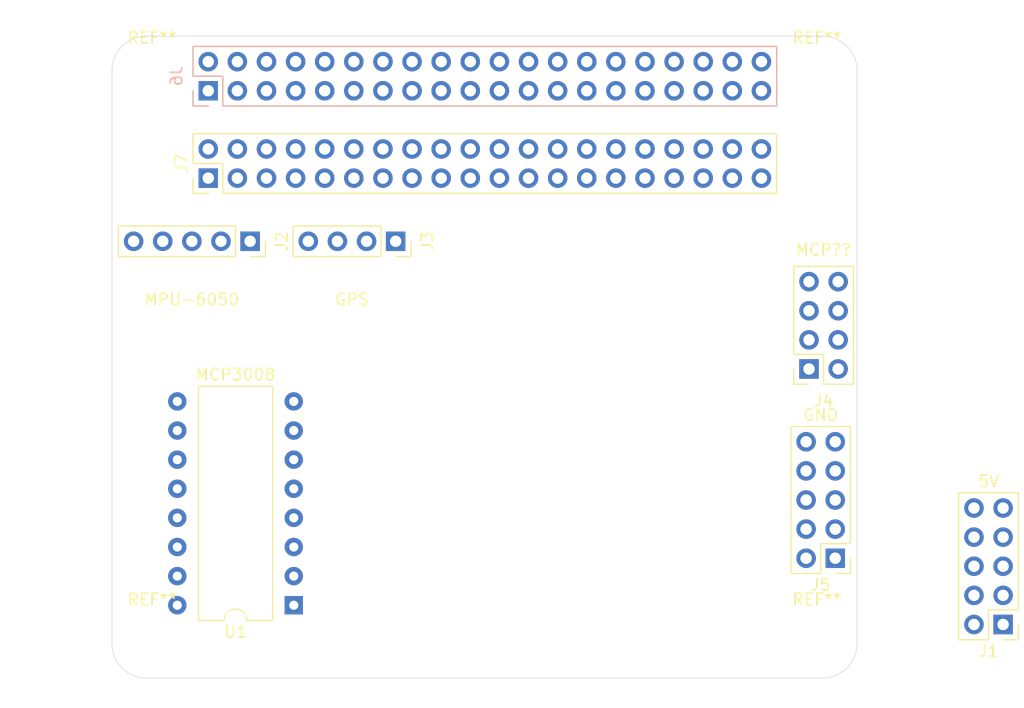
<source format=kicad_pcb>
(kicad_pcb (version 20171130) (host pcbnew "(5.1.9)-1")

  (general
    (thickness 1.6)
    (drawings 9)
    (tracks 0)
    (zones 0)
    (modules 12)
    (nets 55)
  )

  (page A4)
  (layers
    (0 F.Cu signal)
    (31 B.Cu signal)
    (32 B.Adhes user)
    (33 F.Adhes user)
    (34 B.Paste user)
    (35 F.Paste user)
    (36 B.SilkS user)
    (37 F.SilkS user)
    (38 B.Mask user)
    (39 F.Mask user)
    (40 Dwgs.User user)
    (41 Cmts.User user)
    (42 Eco1.User user)
    (43 Eco2.User user)
    (44 Edge.Cuts user)
    (45 Margin user)
    (46 B.CrtYd user)
    (47 F.CrtYd user)
    (48 B.Fab user)
    (49 F.Fab user)
  )

  (setup
    (last_trace_width 0.25)
    (trace_clearance 0.2)
    (zone_clearance 0.508)
    (zone_45_only no)
    (trace_min 0.2)
    (via_size 0.8)
    (via_drill 0.4)
    (via_min_size 0.4)
    (via_min_drill 0.3)
    (uvia_size 0.3)
    (uvia_drill 0.1)
    (uvias_allowed no)
    (uvia_min_size 0.2)
    (uvia_min_drill 0.1)
    (edge_width 0.05)
    (segment_width 0.2)
    (pcb_text_width 0.3)
    (pcb_text_size 1.5 1.5)
    (mod_edge_width 0.12)
    (mod_text_size 1 1)
    (mod_text_width 0.15)
    (pad_size 1.524 1.524)
    (pad_drill 0.762)
    (pad_to_mask_clearance 0)
    (aux_axis_origin 101.7 121.29)
    (grid_origin 101.7 121.29)
    (visible_elements FFFFFF7F)
    (pcbplotparams
      (layerselection 0x310fc_ffffffff)
      (usegerberextensions false)
      (usegerberattributes true)
      (usegerberadvancedattributes true)
      (creategerberjobfile true)
      (excludeedgelayer true)
      (linewidth 0.100000)
      (plotframeref false)
      (viasonmask false)
      (mode 1)
      (useauxorigin false)
      (hpglpennumber 1)
      (hpglpenspeed 20)
      (hpglpendiameter 15.000000)
      (psnegative false)
      (psa4output false)
      (plotreference true)
      (plotvalue true)
      (plotinvisibletext false)
      (padsonsilk false)
      (subtractmaskfromsilk false)
      (outputformat 1)
      (mirror false)
      (drillshape 0)
      (scaleselection 1)
      (outputdirectory ""))
  )

  (net 0 "")
  (net 1 /5V)
  (net 2 "Net-(J2-Pad5)")
  (net 3 /GND)
  (net 4 /3V3)
  (net 5 /GPIO14_TXD)
  (net 6 /GPIO15_RXD)
  (net 7 "Net-(J4-Pad8)")
  (net 8 "Net-(J4-Pad7)")
  (net 9 "Net-(J4-Pad6)")
  (net 10 "Net-(J4-Pad5)")
  (net 11 "Net-(J4-Pad4)")
  (net 12 "Net-(J4-Pad3)")
  (net 13 "Net-(J4-Pad2)")
  (net 14 "Net-(J4-Pad1)")
  (net 15 /GPIO21_SCLK1)
  (net 16 /GPIO20_MOSI1)
  (net 17 /GPIO26)
  (net 18 /GPIO16)
  (net 19 /GPIO19)
  (net 20 /GPIO13)
  (net 21 /GPIO12)
  (net 22 /GPIO6)
  (net 23 /GPIO5)
  (net 24 /GPIO1_ID_SC)
  (net 25 /GPIO0_ID_SD)
  (net 26 /GPIO9_SPI_CE1)
  (net 27 /GPIO8_SPI_CE0)
  (net 28 /GPIO11)
  (net 29 /GPIO25)
  (net 30 /GPIO9)
  (net 31 /GPIO10)
  (net 32 /GPIO24)
  (net 33 /GPIO23)
  (net 34 /GPIO22)
  (net 35 /GPIO27)
  (net 36 /GPIO18_PWM0)
  (net 37 /GPIO17)
  (net 38 /GPIO4_GCLK0)
  (net 39 /GPIO3_SCL)
  (net 40 /GPIO2_SDA)
  (net 41 "Net-(U1-Pad16)")
  (net 42 "Net-(U1-Pad8)")
  (net 43 "Net-(U1-Pad15)")
  (net 44 "Net-(U1-Pad7)")
  (net 45 "Net-(U1-Pad6)")
  (net 46 "Net-(U1-Pad13)")
  (net 47 "Net-(U1-Pad5)")
  (net 48 "Net-(U1-Pad12)")
  (net 49 "Net-(U1-Pad4)")
  (net 50 "Net-(U1-Pad11)")
  (net 51 "Net-(U1-Pad3)")
  (net 52 "Net-(U1-Pad10)")
  (net 53 /CZT)
  (net 54 /CZP)

  (net_class Default "This is the default net class."
    (clearance 0.2)
    (trace_width 0.25)
    (via_dia 0.8)
    (via_drill 0.4)
    (uvia_dia 0.3)
    (uvia_drill 0.1)
    (add_net /3V3)
    (add_net /5V)
    (add_net /CZP)
    (add_net /CZT)
    (add_net /GND)
    (add_net /GPIO0_ID_SD)
    (add_net /GPIO10)
    (add_net /GPIO11)
    (add_net /GPIO12)
    (add_net /GPIO13)
    (add_net /GPIO14_TXD)
    (add_net /GPIO15_RXD)
    (add_net /GPIO16)
    (add_net /GPIO17)
    (add_net /GPIO18_PWM0)
    (add_net /GPIO19)
    (add_net /GPIO1_ID_SC)
    (add_net /GPIO20_MOSI1)
    (add_net /GPIO21_SCLK1)
    (add_net /GPIO22)
    (add_net /GPIO23)
    (add_net /GPIO24)
    (add_net /GPIO25)
    (add_net /GPIO26)
    (add_net /GPIO27)
    (add_net /GPIO2_SDA)
    (add_net /GPIO3_SCL)
    (add_net /GPIO4_GCLK0)
    (add_net /GPIO5)
    (add_net /GPIO6)
    (add_net /GPIO8_SPI_CE0)
    (add_net /GPIO9)
    (add_net /GPIO9_SPI_CE1)
    (add_net "Net-(J2-Pad5)")
    (add_net "Net-(J4-Pad1)")
    (add_net "Net-(J4-Pad2)")
    (add_net "Net-(J4-Pad3)")
    (add_net "Net-(J4-Pad4)")
    (add_net "Net-(J4-Pad5)")
    (add_net "Net-(J4-Pad6)")
    (add_net "Net-(J4-Pad7)")
    (add_net "Net-(J4-Pad8)")
    (add_net "Net-(U1-Pad10)")
    (add_net "Net-(U1-Pad11)")
    (add_net "Net-(U1-Pad12)")
    (add_net "Net-(U1-Pad13)")
    (add_net "Net-(U1-Pad15)")
    (add_net "Net-(U1-Pad16)")
    (add_net "Net-(U1-Pad3)")
    (add_net "Net-(U1-Pad4)")
    (add_net "Net-(U1-Pad5)")
    (add_net "Net-(U1-Pad6)")
    (add_net "Net-(U1-Pad7)")
    (add_net "Net-(U1-Pad8)")
  )

  (module MountingHole:MountingHole_2.7mm_M2.5_DIN965 (layer F.Cu) (tedit 56D1B4CB) (tstamp 62F56D6F)
    (at 158 119)
    (descr "Mounting Hole 2.7mm, no annular, M2.5, DIN965")
    (tags "mounting hole 2.7mm no annular m2.5 din965")
    (attr virtual)
    (fp_text reference REF** (at 0 -3.35) (layer F.SilkS)
      (effects (font (size 1 1) (thickness 0.15)))
    )
    (fp_text value MountingHole_2.7mm_M2.5_DIN965 (at -12.6 5.29) (layer F.Fab)
      (effects (font (size 1 1) (thickness 0.15)))
    )
    (fp_circle (center 0 0) (end 2.35 0) (layer Cmts.User) (width 0.15))
    (fp_circle (center 0 0) (end 2.6 0) (layer F.CrtYd) (width 0.05))
    (fp_text user %R (at 0.3 0) (layer F.Fab)
      (effects (font (size 1 1) (thickness 0.15)))
    )
    (pad 1 np_thru_hole circle (at 0 0) (size 2.7 2.7) (drill 2.7) (layers *.Cu *.Mask))
  )

  (module MountingHole:MountingHole_2.7mm_M2.5_DIN965 (layer F.Cu) (tedit 56D1B4CB) (tstamp 62F56D6F)
    (at 100 70)
    (descr "Mounting Hole 2.7mm, no annular, M2.5, DIN965")
    (tags "mounting hole 2.7mm no annular m2.5 din965")
    (attr virtual)
    (fp_text reference REF** (at 0 -3.35) (layer F.SilkS)
      (effects (font (size 1 1) (thickness 0.15)))
    )
    (fp_text value MountingHole_2.7mm_M2.5_DIN965 (at 0 3.35) (layer F.Fab)
      (effects (font (size 1 1) (thickness 0.15)))
    )
    (fp_circle (center 0 0) (end 2.35 0) (layer Cmts.User) (width 0.15))
    (fp_circle (center 0 0) (end 2.6 0) (layer F.CrtYd) (width 0.05))
    (fp_text user %R (at 2.3 -1.27) (layer F.Fab)
      (effects (font (size 1 1) (thickness 0.15)))
    )
    (pad 1 np_thru_hole circle (at 0 0) (size 2.7 2.7) (drill 2.7) (layers *.Cu *.Mask))
  )

  (module MountingHole:MountingHole_2.7mm_M2.5_DIN965 (layer F.Cu) (tedit 56D1B4CB) (tstamp 62F56D6F)
    (at 100 119)
    (descr "Mounting Hole 2.7mm, no annular, M2.5, DIN965")
    (tags "mounting hole 2.7mm no annular m2.5 din965")
    (attr virtual)
    (fp_text reference REF** (at 0 -3.35) (layer F.SilkS)
      (effects (font (size 1 1) (thickness 0.15)))
    )
    (fp_text value MountingHole_2.7mm_M2.5_DIN965 (at 2.7 5.29) (layer F.Fab)
      (effects (font (size 1 1) (thickness 0.15)))
    )
    (fp_circle (center 0 0) (end 2.35 0) (layer Cmts.User) (width 0.15))
    (fp_circle (center 0 0) (end 2.6 0) (layer F.CrtYd) (width 0.05))
    (fp_text user %R (at -0.5 0.5) (layer F.Fab)
      (effects (font (size 1 1) (thickness 0.15)))
    )
    (pad 1 np_thru_hole circle (at 0 0) (size 2.7 2.7) (drill 2.7) (layers *.Cu *.Mask))
  )

  (module MountingHole:MountingHole_2.7mm_M2.5_DIN965 (layer F.Cu) (tedit 56D1B4CB) (tstamp 62F56D6E)
    (at 158 70)
    (descr "Mounting Hole 2.7mm, no annular, M2.5, DIN965")
    (tags "mounting hole 2.7mm no annular m2.5 din965")
    (attr virtual)
    (fp_text reference REF** (at 0 -3.35) (layer F.SilkS)
      (effects (font (size 1 1) (thickness 0.15)))
    )
    (fp_text value MountingHole_2.7mm_M2.5_DIN965 (at 0 3.35) (layer F.Fab)
      (effects (font (size 1 1) (thickness 0.15)))
    )
    (fp_text user %R (at 0.3 0) (layer F.Fab)
      (effects (font (size 1 1) (thickness 0.15)))
    )
    (fp_circle (center 0 0) (end 2.35 0) (layer Cmts.User) (width 0.15))
    (fp_circle (center 0 0) (end 2.6 0) (layer F.CrtYd) (width 0.05))
    (pad 1 np_thru_hole circle (at 0 0) (size 2.7 2.7) (drill 2.7) (layers *.Cu *.Mask))
  )

  (module Package_DIP:DIP-16_W10.16mm (layer F.Cu) (tedit 5A02E8C5) (tstamp 62F54D38)
    (at 112.36 116.15 180)
    (descr "16-lead though-hole mounted DIP package, row spacing 10.16 mm (400 mils)")
    (tags "THT DIP DIL PDIP 2.54mm 10.16mm 400mil")
    (path /6296EC45)
    (fp_text reference U1 (at 5.08 -2.33) (layer F.SilkS)
      (effects (font (size 1 1) (thickness 0.15)))
    )
    (fp_text value MCP3008 (at 5.08 20.11) (layer F.SilkS)
      (effects (font (size 1 1) (thickness 0.15)))
    )
    (fp_text user %R (at 5.08 8.89) (layer F.Fab)
      (effects (font (size 1 1) (thickness 0.15)))
    )
    (fp_arc (start 5.08 -1.33) (end 4.08 -1.33) (angle -180) (layer F.SilkS) (width 0.12))
    (fp_line (start 2.905 -1.27) (end 8.255 -1.27) (layer F.Fab) (width 0.1))
    (fp_line (start 8.255 -1.27) (end 8.255 19.05) (layer F.Fab) (width 0.1))
    (fp_line (start 8.255 19.05) (end 1.905 19.05) (layer F.Fab) (width 0.1))
    (fp_line (start 1.905 19.05) (end 1.905 -0.27) (layer F.Fab) (width 0.1))
    (fp_line (start 1.905 -0.27) (end 2.905 -1.27) (layer F.Fab) (width 0.1))
    (fp_line (start 4.08 -1.33) (end 1.845 -1.33) (layer F.SilkS) (width 0.12))
    (fp_line (start 1.845 -1.33) (end 1.845 19.11) (layer F.SilkS) (width 0.12))
    (fp_line (start 1.845 19.11) (end 8.315 19.11) (layer F.SilkS) (width 0.12))
    (fp_line (start 8.315 19.11) (end 8.315 -1.33) (layer F.SilkS) (width 0.12))
    (fp_line (start 8.315 -1.33) (end 6.08 -1.33) (layer F.SilkS) (width 0.12))
    (fp_line (start -1.05 -1.55) (end -1.05 19.3) (layer F.CrtYd) (width 0.05))
    (fp_line (start -1.05 19.3) (end 11.25 19.3) (layer F.CrtYd) (width 0.05))
    (fp_line (start 11.25 19.3) (end 11.25 -1.55) (layer F.CrtYd) (width 0.05))
    (fp_line (start 11.25 -1.55) (end -1.05 -1.55) (layer F.CrtYd) (width 0.05))
    (pad 16 thru_hole oval (at 10.16 0 180) (size 1.6 1.6) (drill 0.8) (layers *.Cu *.Mask)
      (net 41 "Net-(U1-Pad16)"))
    (pad 8 thru_hole oval (at 0 17.78 180) (size 1.6 1.6) (drill 0.8) (layers *.Cu *.Mask)
      (net 42 "Net-(U1-Pad8)"))
    (pad 15 thru_hole oval (at 10.16 2.54 180) (size 1.6 1.6) (drill 0.8) (layers *.Cu *.Mask)
      (net 43 "Net-(U1-Pad15)"))
    (pad 7 thru_hole oval (at 0 15.24 180) (size 1.6 1.6) (drill 0.8) (layers *.Cu *.Mask)
      (net 44 "Net-(U1-Pad7)"))
    (pad 14 thru_hole oval (at 10.16 5.08 180) (size 1.6 1.6) (drill 0.8) (layers *.Cu *.Mask)
      (net 3 /GND))
    (pad 6 thru_hole oval (at 0 12.7 180) (size 1.6 1.6) (drill 0.8) (layers *.Cu *.Mask)
      (net 45 "Net-(U1-Pad6)"))
    (pad 13 thru_hole oval (at 10.16 7.62 180) (size 1.6 1.6) (drill 0.8) (layers *.Cu *.Mask)
      (net 46 "Net-(U1-Pad13)"))
    (pad 5 thru_hole oval (at 0 10.16 180) (size 1.6 1.6) (drill 0.8) (layers *.Cu *.Mask)
      (net 47 "Net-(U1-Pad5)"))
    (pad 12 thru_hole oval (at 10.16 10.16 180) (size 1.6 1.6) (drill 0.8) (layers *.Cu *.Mask)
      (net 48 "Net-(U1-Pad12)"))
    (pad 4 thru_hole oval (at 0 7.62 180) (size 1.6 1.6) (drill 0.8) (layers *.Cu *.Mask)
      (net 49 "Net-(U1-Pad4)"))
    (pad 11 thru_hole oval (at 10.16 12.7 180) (size 1.6 1.6) (drill 0.8) (layers *.Cu *.Mask)
      (net 50 "Net-(U1-Pad11)"))
    (pad 3 thru_hole oval (at 0 5.08 180) (size 1.6 1.6) (drill 0.8) (layers *.Cu *.Mask)
      (net 51 "Net-(U1-Pad3)"))
    (pad 10 thru_hole oval (at 10.16 15.24 180) (size 1.6 1.6) (drill 0.8) (layers *.Cu *.Mask)
      (net 52 "Net-(U1-Pad10)"))
    (pad 2 thru_hole oval (at 0 2.54 180) (size 1.6 1.6) (drill 0.8) (layers *.Cu *.Mask)
      (net 53 /CZT))
    (pad 9 thru_hole oval (at 10.16 17.78 180) (size 1.6 1.6) (drill 0.8) (layers *.Cu *.Mask)
      (net 3 /GND))
    (pad 1 thru_hole rect (at 0 0 180) (size 1.6 1.6) (drill 0.8) (layers *.Cu *.Mask)
      (net 54 /CZP))
    (model ${KISYS3DMOD}/Package_DIP.3dshapes/DIP-16_W10.16mm.wrl
      (at (xyz 0 0 0))
      (scale (xyz 1 1 1))
      (rotate (xyz 0 0 0))
    )
  )

  (module Connector_PinHeader_2.54mm:PinHeader_2x20_P2.54mm_Vertical (layer F.Cu) (tedit 59FED5CC) (tstamp 62F54D14)
    (at 104.9 78.89 90)
    (descr "Through hole straight pin header, 2x20, 2.54mm pitch, double rows")
    (tags "Through hole pin header THT 2x20 2.54mm double row")
    (path /62E7431A)
    (fp_text reference J7 (at 1.27 -2.33 90) (layer F.SilkS)
      (effects (font (size 1 1) (thickness 0.15)))
    )
    (fp_text value MIRROR (at 1.27 50.59 90) (layer F.Fab)
      (effects (font (size 1 1) (thickness 0.15)))
    )
    (fp_text user %R (at 1.27 24.13) (layer F.Fab)
      (effects (font (size 1 1) (thickness 0.15)))
    )
    (fp_line (start 0 -1.27) (end 3.81 -1.27) (layer F.Fab) (width 0.1))
    (fp_line (start 3.81 -1.27) (end 3.81 49.53) (layer F.Fab) (width 0.1))
    (fp_line (start 3.81 49.53) (end -1.27 49.53) (layer F.Fab) (width 0.1))
    (fp_line (start -1.27 49.53) (end -1.27 0) (layer F.Fab) (width 0.1))
    (fp_line (start -1.27 0) (end 0 -1.27) (layer F.Fab) (width 0.1))
    (fp_line (start -1.33 49.59) (end 3.87 49.59) (layer F.SilkS) (width 0.12))
    (fp_line (start -1.33 1.27) (end -1.33 49.59) (layer F.SilkS) (width 0.12))
    (fp_line (start 3.87 -1.33) (end 3.87 49.59) (layer F.SilkS) (width 0.12))
    (fp_line (start -1.33 1.27) (end 1.27 1.27) (layer F.SilkS) (width 0.12))
    (fp_line (start 1.27 1.27) (end 1.27 -1.33) (layer F.SilkS) (width 0.12))
    (fp_line (start 1.27 -1.33) (end 3.87 -1.33) (layer F.SilkS) (width 0.12))
    (fp_line (start -1.33 0) (end -1.33 -1.33) (layer F.SilkS) (width 0.12))
    (fp_line (start -1.33 -1.33) (end 0 -1.33) (layer F.SilkS) (width 0.12))
    (fp_line (start -1.8 -1.8) (end -1.8 50.05) (layer F.CrtYd) (width 0.05))
    (fp_line (start -1.8 50.05) (end 4.35 50.05) (layer F.CrtYd) (width 0.05))
    (fp_line (start 4.35 50.05) (end 4.35 -1.8) (layer F.CrtYd) (width 0.05))
    (fp_line (start 4.35 -1.8) (end -1.8 -1.8) (layer F.CrtYd) (width 0.05))
    (pad 40 thru_hole oval (at 2.54 48.26 90) (size 1.7 1.7) (drill 1) (layers *.Cu *.Mask)
      (net 15 /GPIO21_SCLK1))
    (pad 39 thru_hole oval (at 0 48.26 90) (size 1.7 1.7) (drill 1) (layers *.Cu *.Mask)
      (net 3 /GND))
    (pad 38 thru_hole oval (at 2.54 45.72 90) (size 1.7 1.7) (drill 1) (layers *.Cu *.Mask)
      (net 16 /GPIO20_MOSI1))
    (pad 37 thru_hole oval (at 0 45.72 90) (size 1.7 1.7) (drill 1) (layers *.Cu *.Mask)
      (net 17 /GPIO26))
    (pad 36 thru_hole oval (at 2.54 43.18 90) (size 1.7 1.7) (drill 1) (layers *.Cu *.Mask)
      (net 18 /GPIO16))
    (pad 35 thru_hole oval (at 0 43.18 90) (size 1.7 1.7) (drill 1) (layers *.Cu *.Mask)
      (net 19 /GPIO19))
    (pad 34 thru_hole oval (at 2.54 40.64 90) (size 1.7 1.7) (drill 1) (layers *.Cu *.Mask)
      (net 3 /GND))
    (pad 33 thru_hole oval (at 0 40.64 90) (size 1.7 1.7) (drill 1) (layers *.Cu *.Mask)
      (net 20 /GPIO13))
    (pad 32 thru_hole oval (at 2.54 38.1 90) (size 1.7 1.7) (drill 1) (layers *.Cu *.Mask)
      (net 21 /GPIO12))
    (pad 31 thru_hole oval (at 0 38.1 90) (size 1.7 1.7) (drill 1) (layers *.Cu *.Mask)
      (net 22 /GPIO6))
    (pad 30 thru_hole oval (at 2.54 35.56 90) (size 1.7 1.7) (drill 1) (layers *.Cu *.Mask)
      (net 3 /GND))
    (pad 29 thru_hole oval (at 0 35.56 90) (size 1.7 1.7) (drill 1) (layers *.Cu *.Mask)
      (net 23 /GPIO5))
    (pad 28 thru_hole oval (at 2.54 33.02 90) (size 1.7 1.7) (drill 1) (layers *.Cu *.Mask)
      (net 24 /GPIO1_ID_SC))
    (pad 27 thru_hole oval (at 0 33.02 90) (size 1.7 1.7) (drill 1) (layers *.Cu *.Mask)
      (net 25 /GPIO0_ID_SD))
    (pad 26 thru_hole oval (at 2.54 30.48 90) (size 1.7 1.7) (drill 1) (layers *.Cu *.Mask)
      (net 26 /GPIO9_SPI_CE1))
    (pad 25 thru_hole oval (at 0 30.48 90) (size 1.7 1.7) (drill 1) (layers *.Cu *.Mask)
      (net 3 /GND))
    (pad 24 thru_hole oval (at 2.54 27.94 90) (size 1.7 1.7) (drill 1) (layers *.Cu *.Mask)
      (net 27 /GPIO8_SPI_CE0))
    (pad 23 thru_hole oval (at 0 27.94 90) (size 1.7 1.7) (drill 1) (layers *.Cu *.Mask)
      (net 28 /GPIO11))
    (pad 22 thru_hole oval (at 2.54 25.4 90) (size 1.7 1.7) (drill 1) (layers *.Cu *.Mask)
      (net 29 /GPIO25))
    (pad 21 thru_hole oval (at 0 25.4 90) (size 1.7 1.7) (drill 1) (layers *.Cu *.Mask)
      (net 30 /GPIO9))
    (pad 20 thru_hole oval (at 2.54 22.86 90) (size 1.7 1.7) (drill 1) (layers *.Cu *.Mask)
      (net 3 /GND))
    (pad 19 thru_hole oval (at 0 22.86 90) (size 1.7 1.7) (drill 1) (layers *.Cu *.Mask)
      (net 31 /GPIO10))
    (pad 18 thru_hole oval (at 2.54 20.32 90) (size 1.7 1.7) (drill 1) (layers *.Cu *.Mask)
      (net 32 /GPIO24))
    (pad 17 thru_hole oval (at 0 20.32 90) (size 1.7 1.7) (drill 1) (layers *.Cu *.Mask)
      (net 4 /3V3))
    (pad 16 thru_hole oval (at 2.54 17.78 90) (size 1.7 1.7) (drill 1) (layers *.Cu *.Mask)
      (net 33 /GPIO23))
    (pad 15 thru_hole oval (at 0 17.78 90) (size 1.7 1.7) (drill 1) (layers *.Cu *.Mask)
      (net 34 /GPIO22))
    (pad 14 thru_hole oval (at 2.54 15.24 90) (size 1.7 1.7) (drill 1) (layers *.Cu *.Mask)
      (net 3 /GND))
    (pad 13 thru_hole oval (at 0 15.24 90) (size 1.7 1.7) (drill 1) (layers *.Cu *.Mask)
      (net 35 /GPIO27))
    (pad 12 thru_hole oval (at 2.54 12.7 90) (size 1.7 1.7) (drill 1) (layers *.Cu *.Mask)
      (net 36 /GPIO18_PWM0))
    (pad 11 thru_hole oval (at 0 12.7 90) (size 1.7 1.7) (drill 1) (layers *.Cu *.Mask)
      (net 37 /GPIO17))
    (pad 10 thru_hole oval (at 2.54 10.16 90) (size 1.7 1.7) (drill 1) (layers *.Cu *.Mask)
      (net 6 /GPIO15_RXD))
    (pad 9 thru_hole oval (at 0 10.16 90) (size 1.7 1.7) (drill 1) (layers *.Cu *.Mask)
      (net 3 /GND))
    (pad 8 thru_hole oval (at 2.54 7.62 90) (size 1.7 1.7) (drill 1) (layers *.Cu *.Mask)
      (net 5 /GPIO14_TXD))
    (pad 7 thru_hole oval (at 0 7.62 90) (size 1.7 1.7) (drill 1) (layers *.Cu *.Mask)
      (net 38 /GPIO4_GCLK0))
    (pad 6 thru_hole oval (at 2.54 5.08 90) (size 1.7 1.7) (drill 1) (layers *.Cu *.Mask)
      (net 3 /GND))
    (pad 5 thru_hole oval (at 0 5.08 90) (size 1.7 1.7) (drill 1) (layers *.Cu *.Mask)
      (net 39 /GPIO3_SCL))
    (pad 4 thru_hole oval (at 2.54 2.54 90) (size 1.7 1.7) (drill 1) (layers *.Cu *.Mask)
      (net 1 /5V))
    (pad 3 thru_hole oval (at 0 2.54 90) (size 1.7 1.7) (drill 1) (layers *.Cu *.Mask)
      (net 40 /GPIO2_SDA))
    (pad 2 thru_hole oval (at 2.54 0 90) (size 1.7 1.7) (drill 1) (layers *.Cu *.Mask)
      (net 1 /5V))
    (pad 1 thru_hole rect (at 0 0 90) (size 1.7 1.7) (drill 1) (layers *.Cu *.Mask)
      (net 4 /3V3))
    (model ${KISYS3DMOD}/Connector_PinHeader_2.54mm.3dshapes/PinHeader_2x20_P2.54mm_Vertical.wrl
      (at (xyz 0 0 0))
      (scale (xyz 1 1 1))
      (rotate (xyz 0 0 0))
    )
  )

  (module Connector_PinSocket_2.54mm:PinSocket_2x20_P2.54mm_Vertical (layer B.Cu) (tedit 5A19A433) (tstamp 62F5734E)
    (at 104.9 71.27 270)
    (descr "Through hole straight socket strip, 2x20, 2.54mm pitch, double cols (from Kicad 4.0.7), script generated")
    (tags "Through hole socket strip THT 2x20 2.54mm double row")
    (path /6294B38B)
    (fp_text reference J6 (at -1.27 2.77 90) (layer B.SilkS)
      (effects (font (size 1 1) (thickness 0.15)) (justify mirror))
    )
    (fp_text value Raspberry_Pi_2_3 (at -1.27 -51.03 90) (layer B.Fab)
      (effects (font (size 1 1) (thickness 0.15)) (justify mirror))
    )
    (fp_text user %R (at -1.27 -24.13 180) (layer B.Fab)
      (effects (font (size 1 1) (thickness 0.15)) (justify mirror))
    )
    (fp_line (start -3.81 1.27) (end 0.27 1.27) (layer B.Fab) (width 0.1))
    (fp_line (start 0.27 1.27) (end 1.27 0.27) (layer B.Fab) (width 0.1))
    (fp_line (start 1.27 0.27) (end 1.27 -49.53) (layer B.Fab) (width 0.1))
    (fp_line (start 1.27 -49.53) (end -3.81 -49.53) (layer B.Fab) (width 0.1))
    (fp_line (start -3.81 -49.53) (end -3.81 1.27) (layer B.Fab) (width 0.1))
    (fp_line (start -3.87 1.33) (end -1.27 1.33) (layer B.SilkS) (width 0.12))
    (fp_line (start -3.87 1.33) (end -3.87 -49.59) (layer B.SilkS) (width 0.12))
    (fp_line (start -3.87 -49.59) (end 1.33 -49.59) (layer B.SilkS) (width 0.12))
    (fp_line (start 1.33 -1.27) (end 1.33 -49.59) (layer B.SilkS) (width 0.12))
    (fp_line (start -1.27 -1.27) (end 1.33 -1.27) (layer B.SilkS) (width 0.12))
    (fp_line (start -1.27 1.33) (end -1.27 -1.27) (layer B.SilkS) (width 0.12))
    (fp_line (start 1.33 1.33) (end 1.33 0) (layer B.SilkS) (width 0.12))
    (fp_line (start 0 1.33) (end 1.33 1.33) (layer B.SilkS) (width 0.12))
    (fp_line (start -4.34 1.8) (end 1.76 1.8) (layer B.CrtYd) (width 0.05))
    (fp_line (start 1.76 1.8) (end 1.76 -50) (layer B.CrtYd) (width 0.05))
    (fp_line (start 1.76 -50) (end -4.34 -50) (layer B.CrtYd) (width 0.05))
    (fp_line (start -4.34 -50) (end -4.34 1.8) (layer B.CrtYd) (width 0.05))
    (pad 40 thru_hole oval (at -2.54 -48.26 270) (size 1.7 1.7) (drill 1) (layers *.Cu *.Mask)
      (net 15 /GPIO21_SCLK1))
    (pad 39 thru_hole oval (at 0 -48.26 270) (size 1.7 1.7) (drill 1) (layers *.Cu *.Mask)
      (net 3 /GND))
    (pad 38 thru_hole oval (at -2.54 -45.72 270) (size 1.7 1.7) (drill 1) (layers *.Cu *.Mask)
      (net 16 /GPIO20_MOSI1))
    (pad 37 thru_hole oval (at 0 -45.72 270) (size 1.7 1.7) (drill 1) (layers *.Cu *.Mask)
      (net 17 /GPIO26))
    (pad 36 thru_hole oval (at -2.54 -43.18 270) (size 1.7 1.7) (drill 1) (layers *.Cu *.Mask)
      (net 18 /GPIO16))
    (pad 35 thru_hole oval (at 0 -43.18 270) (size 1.7 1.7) (drill 1) (layers *.Cu *.Mask)
      (net 19 /GPIO19))
    (pad 34 thru_hole oval (at -2.54 -40.64 270) (size 1.7 1.7) (drill 1) (layers *.Cu *.Mask)
      (net 3 /GND))
    (pad 33 thru_hole oval (at 0 -40.64 270) (size 1.7 1.7) (drill 1) (layers *.Cu *.Mask)
      (net 20 /GPIO13))
    (pad 32 thru_hole oval (at -2.54 -38.1 270) (size 1.7 1.7) (drill 1) (layers *.Cu *.Mask)
      (net 21 /GPIO12))
    (pad 31 thru_hole oval (at 0 -38.1 270) (size 1.7 1.7) (drill 1) (layers *.Cu *.Mask)
      (net 22 /GPIO6))
    (pad 30 thru_hole oval (at -2.54 -35.56 270) (size 1.7 1.7) (drill 1) (layers *.Cu *.Mask)
      (net 3 /GND))
    (pad 29 thru_hole oval (at 0 -35.56 270) (size 1.7 1.7) (drill 1) (layers *.Cu *.Mask)
      (net 23 /GPIO5))
    (pad 28 thru_hole oval (at -2.54 -33.02 270) (size 1.7 1.7) (drill 1) (layers *.Cu *.Mask)
      (net 24 /GPIO1_ID_SC))
    (pad 27 thru_hole oval (at 0 -33.02 270) (size 1.7 1.7) (drill 1) (layers *.Cu *.Mask)
      (net 25 /GPIO0_ID_SD))
    (pad 26 thru_hole oval (at -2.54 -30.48 270) (size 1.7 1.7) (drill 1) (layers *.Cu *.Mask)
      (net 26 /GPIO9_SPI_CE1))
    (pad 25 thru_hole oval (at 0 -30.48 270) (size 1.7 1.7) (drill 1) (layers *.Cu *.Mask)
      (net 3 /GND))
    (pad 24 thru_hole oval (at -2.54 -27.94 270) (size 1.7 1.7) (drill 1) (layers *.Cu *.Mask)
      (net 27 /GPIO8_SPI_CE0))
    (pad 23 thru_hole oval (at 0 -27.94 270) (size 1.7 1.7) (drill 1) (layers *.Cu *.Mask)
      (net 28 /GPIO11))
    (pad 22 thru_hole oval (at -2.54 -25.4 270) (size 1.7 1.7) (drill 1) (layers *.Cu *.Mask)
      (net 29 /GPIO25))
    (pad 21 thru_hole oval (at 0 -25.4 270) (size 1.7 1.7) (drill 1) (layers *.Cu *.Mask)
      (net 30 /GPIO9))
    (pad 20 thru_hole oval (at -2.54 -22.86 270) (size 1.7 1.7) (drill 1) (layers *.Cu *.Mask)
      (net 3 /GND))
    (pad 19 thru_hole oval (at 0 -22.86 270) (size 1.7 1.7) (drill 1) (layers *.Cu *.Mask)
      (net 31 /GPIO10))
    (pad 18 thru_hole oval (at -2.54 -20.32 270) (size 1.7 1.7) (drill 1) (layers *.Cu *.Mask)
      (net 32 /GPIO24))
    (pad 17 thru_hole oval (at 0 -20.32 270) (size 1.7 1.7) (drill 1) (layers *.Cu *.Mask)
      (net 4 /3V3))
    (pad 16 thru_hole oval (at -2.54 -17.78 270) (size 1.7 1.7) (drill 1) (layers *.Cu *.Mask)
      (net 33 /GPIO23))
    (pad 15 thru_hole oval (at 0 -17.78 270) (size 1.7 1.7) (drill 1) (layers *.Cu *.Mask)
      (net 34 /GPIO22))
    (pad 14 thru_hole oval (at -2.54 -15.24 270) (size 1.7 1.7) (drill 1) (layers *.Cu *.Mask)
      (net 3 /GND))
    (pad 13 thru_hole oval (at 0 -15.24 270) (size 1.7 1.7) (drill 1) (layers *.Cu *.Mask)
      (net 35 /GPIO27))
    (pad 12 thru_hole oval (at -2.54 -12.7 270) (size 1.7 1.7) (drill 1) (layers *.Cu *.Mask)
      (net 36 /GPIO18_PWM0))
    (pad 11 thru_hole oval (at 0 -12.7 270) (size 1.7 1.7) (drill 1) (layers *.Cu *.Mask)
      (net 37 /GPIO17))
    (pad 10 thru_hole oval (at -2.54 -10.16 270) (size 1.7 1.7) (drill 1) (layers *.Cu *.Mask)
      (net 6 /GPIO15_RXD))
    (pad 9 thru_hole oval (at 0 -10.16 270) (size 1.7 1.7) (drill 1) (layers *.Cu *.Mask)
      (net 3 /GND))
    (pad 8 thru_hole oval (at -2.54 -7.62 270) (size 1.7 1.7) (drill 1) (layers *.Cu *.Mask)
      (net 5 /GPIO14_TXD))
    (pad 7 thru_hole oval (at 0 -7.62 270) (size 1.7 1.7) (drill 1) (layers *.Cu *.Mask)
      (net 38 /GPIO4_GCLK0))
    (pad 6 thru_hole oval (at -2.54 -5.08 270) (size 1.7 1.7) (drill 1) (layers *.Cu *.Mask)
      (net 3 /GND))
    (pad 5 thru_hole oval (at 0 -5.08 270) (size 1.7 1.7) (drill 1) (layers *.Cu *.Mask)
      (net 39 /GPIO3_SCL))
    (pad 4 thru_hole oval (at -2.54 -2.54 270) (size 1.7 1.7) (drill 1) (layers *.Cu *.Mask)
      (net 1 /5V))
    (pad 3 thru_hole oval (at 0 -2.54 270) (size 1.7 1.7) (drill 1) (layers *.Cu *.Mask)
      (net 40 /GPIO2_SDA))
    (pad 2 thru_hole oval (at -2.54 0 270) (size 1.7 1.7) (drill 1) (layers *.Cu *.Mask)
      (net 1 /5V))
    (pad 1 thru_hole rect (at 0 0 270) (size 1.7 1.7) (drill 1) (layers *.Cu *.Mask)
      (net 4 /3V3))
    (model ${KISYS3DMOD}/Connector_PinSocket_2.54mm.3dshapes/PinSocket_2x20_P2.54mm_Vertical.wrl
      (at (xyz 0 0 0))
      (scale (xyz 1 1 1))
      (rotate (xyz 0 0 0))
    )
  )

  (module Connector_PinHeader_2.54mm:PinHeader_2x05_P2.54mm_Vertical (layer F.Cu) (tedit 59FED5CC) (tstamp 62F54C98)
    (at 159.596 112.05 180)
    (descr "Through hole straight pin header, 2x05, 2.54mm pitch, double rows")
    (tags "Through hole pin header THT 2x05 2.54mm double row")
    (path /62E2D5E3)
    (fp_text reference J5 (at 1.27 -2.33) (layer F.SilkS)
      (effects (font (size 1 1) (thickness 0.15)))
    )
    (fp_text value GND (at 1.27 12.49) (layer F.SilkS)
      (effects (font (size 1 1) (thickness 0.15)))
    )
    (fp_text user %R (at 1.27 5.08 90) (layer F.Fab)
      (effects (font (size 1 1) (thickness 0.15)))
    )
    (fp_line (start 0 -1.27) (end 3.81 -1.27) (layer F.Fab) (width 0.1))
    (fp_line (start 3.81 -1.27) (end 3.81 11.43) (layer F.Fab) (width 0.1))
    (fp_line (start 3.81 11.43) (end -1.27 11.43) (layer F.Fab) (width 0.1))
    (fp_line (start -1.27 11.43) (end -1.27 0) (layer F.Fab) (width 0.1))
    (fp_line (start -1.27 0) (end 0 -1.27) (layer F.Fab) (width 0.1))
    (fp_line (start -1.33 11.49) (end 3.87 11.49) (layer F.SilkS) (width 0.12))
    (fp_line (start -1.33 1.27) (end -1.33 11.49) (layer F.SilkS) (width 0.12))
    (fp_line (start 3.87 -1.33) (end 3.87 11.49) (layer F.SilkS) (width 0.12))
    (fp_line (start -1.33 1.27) (end 1.27 1.27) (layer F.SilkS) (width 0.12))
    (fp_line (start 1.27 1.27) (end 1.27 -1.33) (layer F.SilkS) (width 0.12))
    (fp_line (start 1.27 -1.33) (end 3.87 -1.33) (layer F.SilkS) (width 0.12))
    (fp_line (start -1.33 0) (end -1.33 -1.33) (layer F.SilkS) (width 0.12))
    (fp_line (start -1.33 -1.33) (end 0 -1.33) (layer F.SilkS) (width 0.12))
    (fp_line (start -1.8 -1.8) (end -1.8 11.95) (layer F.CrtYd) (width 0.05))
    (fp_line (start -1.8 11.95) (end 4.35 11.95) (layer F.CrtYd) (width 0.05))
    (fp_line (start 4.35 11.95) (end 4.35 -1.8) (layer F.CrtYd) (width 0.05))
    (fp_line (start 4.35 -1.8) (end -1.8 -1.8) (layer F.CrtYd) (width 0.05))
    (pad 10 thru_hole oval (at 2.54 10.16 180) (size 1.7 1.7) (drill 1) (layers *.Cu *.Mask)
      (net 3 /GND))
    (pad 9 thru_hole oval (at 0 10.16 180) (size 1.7 1.7) (drill 1) (layers *.Cu *.Mask)
      (net 3 /GND))
    (pad 8 thru_hole oval (at 2.54 7.62 180) (size 1.7 1.7) (drill 1) (layers *.Cu *.Mask)
      (net 3 /GND))
    (pad 7 thru_hole oval (at 0 7.62 180) (size 1.7 1.7) (drill 1) (layers *.Cu *.Mask)
      (net 3 /GND))
    (pad 6 thru_hole oval (at 2.54 5.08 180) (size 1.7 1.7) (drill 1) (layers *.Cu *.Mask)
      (net 3 /GND))
    (pad 5 thru_hole oval (at 0 5.08 180) (size 1.7 1.7) (drill 1) (layers *.Cu *.Mask)
      (net 3 /GND))
    (pad 4 thru_hole oval (at 2.54 2.54 180) (size 1.7 1.7) (drill 1) (layers *.Cu *.Mask)
      (net 3 /GND))
    (pad 3 thru_hole oval (at 0 2.54 180) (size 1.7 1.7) (drill 1) (layers *.Cu *.Mask)
      (net 3 /GND))
    (pad 2 thru_hole oval (at 2.54 0 180) (size 1.7 1.7) (drill 1) (layers *.Cu *.Mask)
      (net 3 /GND))
    (pad 1 thru_hole rect (at 0 0 180) (size 1.7 1.7) (drill 1) (layers *.Cu *.Mask)
      (net 3 /GND))
    (model ${KISYS3DMOD}/Connector_PinHeader_2.54mm.3dshapes/PinHeader_2x05_P2.54mm_Vertical.wrl
      (at (xyz 0 0 0))
      (scale (xyz 1 1 1))
      (rotate (xyz 0 0 0))
    )
  )

  (module Connector_PinSocket_2.54mm:PinSocket_2x04_P2.54mm_Vertical (layer F.Cu) (tedit 5A19A422) (tstamp 62F54C78)
    (at 157.31 95.54 180)
    (descr "Through hole straight socket strip, 2x04, 2.54mm pitch, double cols (from Kicad 4.0.7), script generated")
    (tags "Through hole socket strip THT 2x04 2.54mm double row")
    (path /6294FC7F)
    (fp_text reference J4 (at -1.27 -2.77) (layer F.SilkS)
      (effects (font (size 1 1) (thickness 0.15)))
    )
    (fp_text value MCP?? (at -1.27 10.39) (layer F.SilkS)
      (effects (font (size 1 1) (thickness 0.15)))
    )
    (fp_text user %R (at -1.27 3.81 90) (layer F.Fab)
      (effects (font (size 1 1) (thickness 0.15)))
    )
    (fp_line (start -3.81 -1.27) (end 0.27 -1.27) (layer F.Fab) (width 0.1))
    (fp_line (start 0.27 -1.27) (end 1.27 -0.27) (layer F.Fab) (width 0.1))
    (fp_line (start 1.27 -0.27) (end 1.27 8.89) (layer F.Fab) (width 0.1))
    (fp_line (start 1.27 8.89) (end -3.81 8.89) (layer F.Fab) (width 0.1))
    (fp_line (start -3.81 8.89) (end -3.81 -1.27) (layer F.Fab) (width 0.1))
    (fp_line (start -3.87 -1.33) (end -1.27 -1.33) (layer F.SilkS) (width 0.12))
    (fp_line (start -3.87 -1.33) (end -3.87 8.95) (layer F.SilkS) (width 0.12))
    (fp_line (start -3.87 8.95) (end 1.33 8.95) (layer F.SilkS) (width 0.12))
    (fp_line (start 1.33 1.27) (end 1.33 8.95) (layer F.SilkS) (width 0.12))
    (fp_line (start -1.27 1.27) (end 1.33 1.27) (layer F.SilkS) (width 0.12))
    (fp_line (start -1.27 -1.33) (end -1.27 1.27) (layer F.SilkS) (width 0.12))
    (fp_line (start 1.33 -1.33) (end 1.33 0) (layer F.SilkS) (width 0.12))
    (fp_line (start 0 -1.33) (end 1.33 -1.33) (layer F.SilkS) (width 0.12))
    (fp_line (start -4.34 -1.8) (end 1.76 -1.8) (layer F.CrtYd) (width 0.05))
    (fp_line (start 1.76 -1.8) (end 1.76 9.4) (layer F.CrtYd) (width 0.05))
    (fp_line (start 1.76 9.4) (end -4.34 9.4) (layer F.CrtYd) (width 0.05))
    (fp_line (start -4.34 9.4) (end -4.34 -1.8) (layer F.CrtYd) (width 0.05))
    (pad 8 thru_hole oval (at -2.54 7.62 180) (size 1.7 1.7) (drill 1) (layers *.Cu *.Mask)
      (net 7 "Net-(J4-Pad8)"))
    (pad 7 thru_hole oval (at 0 7.62 180) (size 1.7 1.7) (drill 1) (layers *.Cu *.Mask)
      (net 8 "Net-(J4-Pad7)"))
    (pad 6 thru_hole oval (at -2.54 5.08 180) (size 1.7 1.7) (drill 1) (layers *.Cu *.Mask)
      (net 9 "Net-(J4-Pad6)"))
    (pad 5 thru_hole oval (at 0 5.08 180) (size 1.7 1.7) (drill 1) (layers *.Cu *.Mask)
      (net 10 "Net-(J4-Pad5)"))
    (pad 4 thru_hole oval (at -2.54 2.54 180) (size 1.7 1.7) (drill 1) (layers *.Cu *.Mask)
      (net 11 "Net-(J4-Pad4)"))
    (pad 3 thru_hole oval (at 0 2.54 180) (size 1.7 1.7) (drill 1) (layers *.Cu *.Mask)
      (net 12 "Net-(J4-Pad3)"))
    (pad 2 thru_hole oval (at -2.54 0 180) (size 1.7 1.7) (drill 1) (layers *.Cu *.Mask)
      (net 13 "Net-(J4-Pad2)"))
    (pad 1 thru_hole rect (at 0 0 180) (size 1.7 1.7) (drill 1) (layers *.Cu *.Mask)
      (net 14 "Net-(J4-Pad1)"))
    (model ${KISYS3DMOD}/Connector_PinSocket_2.54mm.3dshapes/PinSocket_2x04_P2.54mm_Vertical.wrl
      (at (xyz 0 0 0))
      (scale (xyz 1 1 1))
      (rotate (xyz 0 0 0))
    )
  )

  (module Connector_PinSocket_2.54mm:PinSocket_1x04_P2.54mm_Vertical (layer F.Cu) (tedit 5A19A429) (tstamp 62F54C5A)
    (at 121.25 84.4 270)
    (descr "Through hole straight socket strip, 1x04, 2.54mm pitch, single row (from Kicad 4.0.7), script generated")
    (tags "Through hole socket strip THT 1x04 2.54mm single row")
    (path /62950917)
    (fp_text reference J3 (at 0 -2.77 90) (layer F.SilkS)
      (effects (font (size 1 1) (thickness 0.15)))
    )
    (fp_text value GPS (at 5.08 3.81 180) (layer F.SilkS)
      (effects (font (size 1 1) (thickness 0.15)))
    )
    (fp_text user %R (at 0 3.81) (layer F.Fab)
      (effects (font (size 1 1) (thickness 0.15)))
    )
    (fp_line (start -1.27 -1.27) (end 0.635 -1.27) (layer F.Fab) (width 0.1))
    (fp_line (start 0.635 -1.27) (end 1.27 -0.635) (layer F.Fab) (width 0.1))
    (fp_line (start 1.27 -0.635) (end 1.27 8.89) (layer F.Fab) (width 0.1))
    (fp_line (start 1.27 8.89) (end -1.27 8.89) (layer F.Fab) (width 0.1))
    (fp_line (start -1.27 8.89) (end -1.27 -1.27) (layer F.Fab) (width 0.1))
    (fp_line (start -1.33 1.27) (end 1.33 1.27) (layer F.SilkS) (width 0.12))
    (fp_line (start -1.33 1.27) (end -1.33 8.95) (layer F.SilkS) (width 0.12))
    (fp_line (start -1.33 8.95) (end 1.33 8.95) (layer F.SilkS) (width 0.12))
    (fp_line (start 1.33 1.27) (end 1.33 8.95) (layer F.SilkS) (width 0.12))
    (fp_line (start 1.33 -1.33) (end 1.33 0) (layer F.SilkS) (width 0.12))
    (fp_line (start 0 -1.33) (end 1.33 -1.33) (layer F.SilkS) (width 0.12))
    (fp_line (start -1.8 -1.8) (end 1.75 -1.8) (layer F.CrtYd) (width 0.05))
    (fp_line (start 1.75 -1.8) (end 1.75 9.4) (layer F.CrtYd) (width 0.05))
    (fp_line (start 1.75 9.4) (end -1.8 9.4) (layer F.CrtYd) (width 0.05))
    (fp_line (start -1.8 9.4) (end -1.8 -1.8) (layer F.CrtYd) (width 0.05))
    (pad 4 thru_hole oval (at 0 7.62 270) (size 1.7 1.7) (drill 1) (layers *.Cu *.Mask)
      (net 5 /GPIO14_TXD))
    (pad 3 thru_hole oval (at 0 5.08 270) (size 1.7 1.7) (drill 1) (layers *.Cu *.Mask)
      (net 6 /GPIO15_RXD))
    (pad 2 thru_hole oval (at 0 2.54 270) (size 1.7 1.7) (drill 1) (layers *.Cu *.Mask)
      (net 4 /3V3))
    (pad 1 thru_hole rect (at 0 0 270) (size 1.7 1.7) (drill 1) (layers *.Cu *.Mask)
      (net 3 /GND))
    (model ${KISYS3DMOD}/Connector_PinSocket_2.54mm.3dshapes/PinSocket_1x04_P2.54mm_Vertical.wrl
      (at (xyz 0 0 0))
      (scale (xyz 1 1 1))
      (rotate (xyz 0 0 0))
    )
  )

  (module Connector_PinSocket_2.54mm:PinSocket_1x05_P2.54mm_Vertical (layer F.Cu) (tedit 5A19A420) (tstamp 62F54C42)
    (at 108.55 84.4 270)
    (descr "Through hole straight socket strip, 1x05, 2.54mm pitch, single row (from Kicad 4.0.7), script generated")
    (tags "Through hole socket strip THT 1x05 2.54mm single row")
    (path /629526C3)
    (fp_text reference J2 (at 0 -2.77 90) (layer F.SilkS)
      (effects (font (size 1 1) (thickness 0.15)))
    )
    (fp_text value MPU-6050 (at 5.08 5.08 180) (layer F.SilkS)
      (effects (font (size 1 1) (thickness 0.15)))
    )
    (fp_text user %R (at 0 5.08) (layer F.Fab)
      (effects (font (size 1 1) (thickness 0.15)))
    )
    (fp_line (start -1.27 -1.27) (end 0.635 -1.27) (layer F.Fab) (width 0.1))
    (fp_line (start 0.635 -1.27) (end 1.27 -0.635) (layer F.Fab) (width 0.1))
    (fp_line (start 1.27 -0.635) (end 1.27 11.43) (layer F.Fab) (width 0.1))
    (fp_line (start 1.27 11.43) (end -1.27 11.43) (layer F.Fab) (width 0.1))
    (fp_line (start -1.27 11.43) (end -1.27 -1.27) (layer F.Fab) (width 0.1))
    (fp_line (start -1.33 1.27) (end 1.33 1.27) (layer F.SilkS) (width 0.12))
    (fp_line (start -1.33 1.27) (end -1.33 11.49) (layer F.SilkS) (width 0.12))
    (fp_line (start -1.33 11.49) (end 1.33 11.49) (layer F.SilkS) (width 0.12))
    (fp_line (start 1.33 1.27) (end 1.33 11.49) (layer F.SilkS) (width 0.12))
    (fp_line (start 1.33 -1.33) (end 1.33 0) (layer F.SilkS) (width 0.12))
    (fp_line (start 0 -1.33) (end 1.33 -1.33) (layer F.SilkS) (width 0.12))
    (fp_line (start -1.8 -1.8) (end 1.75 -1.8) (layer F.CrtYd) (width 0.05))
    (fp_line (start 1.75 -1.8) (end 1.75 11.9) (layer F.CrtYd) (width 0.05))
    (fp_line (start 1.75 11.9) (end -1.8 11.9) (layer F.CrtYd) (width 0.05))
    (fp_line (start -1.8 11.9) (end -1.8 -1.8) (layer F.CrtYd) (width 0.05))
    (pad 5 thru_hole oval (at 0 10.16 270) (size 1.7 1.7) (drill 1) (layers *.Cu *.Mask)
      (net 2 "Net-(J2-Pad5)"))
    (pad 4 thru_hole oval (at 0 7.62 270) (size 1.7 1.7) (drill 1) (layers *.Cu *.Mask)
      (net 40 /GPIO2_SDA))
    (pad 3 thru_hole oval (at 0 5.08 270) (size 1.7 1.7) (drill 1) (layers *.Cu *.Mask)
      (net 39 /GPIO3_SCL))
    (pad 2 thru_hole oval (at 0 2.54 270) (size 1.7 1.7) (drill 1) (layers *.Cu *.Mask)
      (net 3 /GND))
    (pad 1 thru_hole rect (at 0 0 270) (size 1.7 1.7) (drill 1) (layers *.Cu *.Mask)
      (net 4 /3V3))
    (model ${KISYS3DMOD}/Connector_PinSocket_2.54mm.3dshapes/PinSocket_1x05_P2.54mm_Vertical.wrl
      (at (xyz 0 0 0))
      (scale (xyz 1 1 1))
      (rotate (xyz 0 0 0))
    )
  )

  (module Connector_PinHeader_2.54mm:PinHeader_2x05_P2.54mm_Vertical (layer F.Cu) (tedit 59FED5CC) (tstamp 62F54C29)
    (at 174.24 117.83 180)
    (descr "Through hole straight pin header, 2x05, 2.54mm pitch, double rows")
    (tags "Through hole pin header THT 2x05 2.54mm double row")
    (path /62E2B83A)
    (fp_text reference J1 (at 1.27 -2.33) (layer F.SilkS)
      (effects (font (size 1 1) (thickness 0.15)))
    )
    (fp_text value 5V (at 1.27 12.49) (layer F.SilkS)
      (effects (font (size 1 1) (thickness 0.15)))
    )
    (fp_text user %R (at 1.27 5.08 90) (layer F.Fab)
      (effects (font (size 1 1) (thickness 0.15)))
    )
    (fp_line (start 0 -1.27) (end 3.81 -1.27) (layer F.Fab) (width 0.1))
    (fp_line (start 3.81 -1.27) (end 3.81 11.43) (layer F.Fab) (width 0.1))
    (fp_line (start 3.81 11.43) (end -1.27 11.43) (layer F.Fab) (width 0.1))
    (fp_line (start -1.27 11.43) (end -1.27 0) (layer F.Fab) (width 0.1))
    (fp_line (start -1.27 0) (end 0 -1.27) (layer F.Fab) (width 0.1))
    (fp_line (start -1.33 11.49) (end 3.87 11.49) (layer F.SilkS) (width 0.12))
    (fp_line (start -1.33 1.27) (end -1.33 11.49) (layer F.SilkS) (width 0.12))
    (fp_line (start 3.87 -1.33) (end 3.87 11.49) (layer F.SilkS) (width 0.12))
    (fp_line (start -1.33 1.27) (end 1.27 1.27) (layer F.SilkS) (width 0.12))
    (fp_line (start 1.27 1.27) (end 1.27 -1.33) (layer F.SilkS) (width 0.12))
    (fp_line (start 1.27 -1.33) (end 3.87 -1.33) (layer F.SilkS) (width 0.12))
    (fp_line (start -1.33 0) (end -1.33 -1.33) (layer F.SilkS) (width 0.12))
    (fp_line (start -1.33 -1.33) (end 0 -1.33) (layer F.SilkS) (width 0.12))
    (fp_line (start -1.8 -1.8) (end -1.8 11.95) (layer F.CrtYd) (width 0.05))
    (fp_line (start -1.8 11.95) (end 4.35 11.95) (layer F.CrtYd) (width 0.05))
    (fp_line (start 4.35 11.95) (end 4.35 -1.8) (layer F.CrtYd) (width 0.05))
    (fp_line (start 4.35 -1.8) (end -1.8 -1.8) (layer F.CrtYd) (width 0.05))
    (pad 10 thru_hole oval (at 2.54 10.16 180) (size 1.7 1.7) (drill 1) (layers *.Cu *.Mask)
      (net 1 /5V))
    (pad 9 thru_hole oval (at 0 10.16 180) (size 1.7 1.7) (drill 1) (layers *.Cu *.Mask)
      (net 1 /5V))
    (pad 8 thru_hole oval (at 2.54 7.62 180) (size 1.7 1.7) (drill 1) (layers *.Cu *.Mask)
      (net 1 /5V))
    (pad 7 thru_hole oval (at 0 7.62 180) (size 1.7 1.7) (drill 1) (layers *.Cu *.Mask)
      (net 1 /5V))
    (pad 6 thru_hole oval (at 2.54 5.08 180) (size 1.7 1.7) (drill 1) (layers *.Cu *.Mask)
      (net 1 /5V))
    (pad 5 thru_hole oval (at 0 5.08 180) (size 1.7 1.7) (drill 1) (layers *.Cu *.Mask)
      (net 1 /5V))
    (pad 4 thru_hole oval (at 2.54 2.54 180) (size 1.7 1.7) (drill 1) (layers *.Cu *.Mask)
      (net 1 /5V))
    (pad 3 thru_hole oval (at 0 2.54 180) (size 1.7 1.7) (drill 1) (layers *.Cu *.Mask)
      (net 1 /5V))
    (pad 2 thru_hole oval (at 2.54 0 180) (size 1.7 1.7) (drill 1) (layers *.Cu *.Mask)
      (net 1 /5V))
    (pad 1 thru_hole rect (at 0 0 180) (size 1.7 1.7) (drill 1) (layers *.Cu *.Mask)
      (net 1 /5V))
    (model ${KISYS3DMOD}/Connector_PinHeader_2.54mm.3dshapes/PinHeader_2x05_P2.54mm_Vertical.wrl
      (at (xyz 0 0 0))
      (scale (xyz 1 1 1))
      (rotate (xyz 0 0 0))
    )
  )

  (gr_circle (center 125.75 90) (end 126.75 92) (layer F.Fab) (width 0.15))
  (gr_arc (start 158.5 119.5) (end 158.5 122.5) (angle -90) (layer Edge.Cuts) (width 0.05) (tstamp 62F590B7))
  (gr_arc (start 158.5 69.5) (end 161.5 69.5) (angle -90) (layer Edge.Cuts) (width 0.05) (tstamp 62F590B7))
  (gr_arc (start 99.5 69.5) (end 99.5 66.5) (angle -90) (layer Edge.Cuts) (width 0.05) (tstamp 62F590B7))
  (gr_arc (start 99.5 119.5) (end 96.5 119.5) (angle -90) (layer Edge.Cuts) (width 0.05))
  (gr_line (start 158.5 122.5) (end 99.5 122.5) (layer Edge.Cuts) (width 0.05) (tstamp 62F4CCF8))
  (gr_line (start 96.5 119.5) (end 96.5 69.5) (layer Edge.Cuts) (width 0.05) (tstamp 62F4CCE7))
  (gr_line (start 158.5 66.5) (end 99.5 66.5) (layer Edge.Cuts) (width 0.05))
  (gr_line (start 161.5 119.5) (end 161.5 69.5) (layer Edge.Cuts) (width 0.05))

)

</source>
